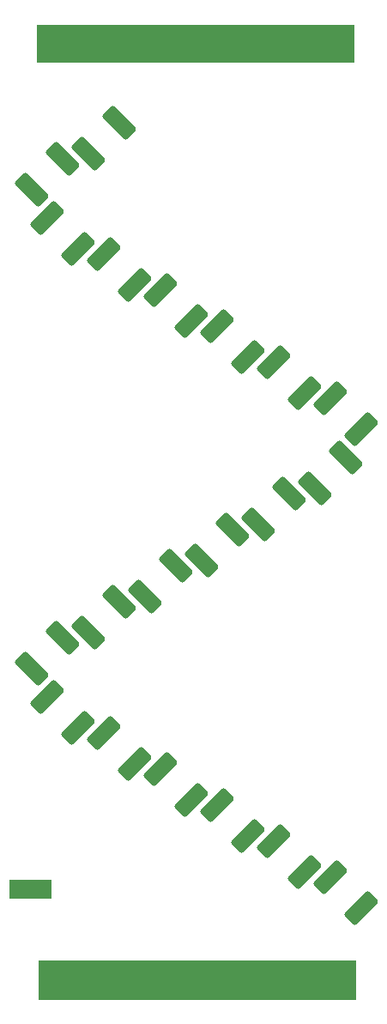
<source format=gbr>
%TF.GenerationSoftware,KiCad,Pcbnew,9.0.6*%
%TF.CreationDate,2025-12-26T03:05:52+01:00*%
%TF.ProjectId,secondary_mmc,7365636f-6e64-4617-9279-5f6d6d632e6b,rev?*%
%TF.SameCoordinates,Original*%
%TF.FileFunction,Soldermask,Top*%
%TF.FilePolarity,Negative*%
%FSLAX46Y46*%
G04 Gerber Fmt 4.6, Leading zero omitted, Abs format (unit mm)*
G04 Created by KiCad (PCBNEW 9.0.6) date 2025-12-26 03:05:52*
%MOMM*%
%LPD*%
G01*
G04 APERTURE LIST*
G04 Aperture macros list*
%AMRoundRect*
0 Rectangle with rounded corners*
0 $1 Rounding radius*
0 $2 $3 $4 $5 $6 $7 $8 $9 X,Y pos of 4 corners*
0 Add a 4 corners polygon primitive as box body*
4,1,4,$2,$3,$4,$5,$6,$7,$8,$9,$2,$3,0*
0 Add four circle primitives for the rounded corners*
1,1,$1+$1,$2,$3*
1,1,$1+$1,$4,$5*
1,1,$1+$1,$6,$7*
1,1,$1+$1,$8,$9*
0 Add four rect primitives between the rounded corners*
20,1,$1+$1,$2,$3,$4,$5,0*
20,1,$1+$1,$4,$5,$6,$7,0*
20,1,$1+$1,$6,$7,$8,$9,0*
20,1,$1+$1,$8,$9,$2,$3,0*%
G04 Aperture macros list end*
%ADD10C,0.100000*%
%ADD11RoundRect,0.250000X-1.405375X-0.645235X-0.645235X-1.405375X1.405375X0.645235X0.645235X1.405375X0*%
%ADD12RoundRect,0.250000X-0.645235X1.405375X-1.405375X0.645235X0.645235X-1.405375X1.405375X-0.645235X0*%
G04 APERTURE END LIST*
D10*
X15249000Y-14010400D02*
X46473000Y-14010400D01*
X46473000Y-17638000D01*
X15249000Y-17638000D01*
X15249000Y-14010400D01*
G36*
X15249000Y-14010400D02*
G01*
X46473000Y-14010400D01*
X46473000Y-17638000D01*
X15249000Y-17638000D01*
X15249000Y-14010400D01*
G37*
X15376000Y-106252800D02*
X46600000Y-106252800D01*
X46600000Y-110083600D01*
X15376000Y-110083600D01*
X15376000Y-106252800D01*
G36*
X15376000Y-106252800D02*
G01*
X46600000Y-106252800D01*
X46600000Y-110083600D01*
X15376000Y-110083600D01*
X15376000Y-106252800D01*
G37*
X12547600Y-98348800D02*
X16560800Y-98348800D01*
X16560800Y-100076000D01*
X12547600Y-100076000D01*
X12547600Y-98348800D01*
G36*
X12547600Y-98348800D02*
G01*
X16560800Y-98348800D01*
X16560800Y-100076000D01*
X12547600Y-100076000D01*
X12547600Y-98348800D01*
G37*
D11*
%TO.C,C18*%
X33032559Y-90944559D03*
X36055441Y-93967441D03*
%TD*%
D12*
%TO.C,C13*%
X23355441Y-70878559D03*
X20332559Y-73901441D03*
%TD*%
%TO.C,C1*%
X23355441Y-23634559D03*
X20332559Y-26657441D03*
%TD*%
D11*
%TO.C,C7*%
X38620559Y-47256559D03*
X41643441Y-50279441D03*
%TD*%
D12*
%TO.C,C9*%
X45707441Y-56654559D03*
X42684559Y-59677441D03*
%TD*%
D11*
%TO.C,C19*%
X38608000Y-94488000D03*
X41630882Y-97510882D03*
%TD*%
%TO.C,C5*%
X27444559Y-40144559D03*
X30467441Y-43167441D03*
%TD*%
%TO.C,C6*%
X33032559Y-43700559D03*
X36055441Y-46723441D03*
%TD*%
%TO.C,C15*%
X16268559Y-80276559D03*
X19291441Y-83299441D03*
%TD*%
D12*
%TO.C,C12*%
X28943441Y-67322559D03*
X25920559Y-70345441D03*
%TD*%
%TO.C,C2*%
X17767441Y-27190559D03*
X14744559Y-30213441D03*
%TD*%
D11*
%TO.C,C8*%
X44208559Y-50812559D03*
X47231441Y-53835441D03*
%TD*%
D12*
%TO.C,C14*%
X17767441Y-74434559D03*
X14744559Y-77457441D03*
%TD*%
D11*
%TO.C,C17*%
X27444559Y-87388559D03*
X30467441Y-90411441D03*
%TD*%
%TO.C,C3*%
X16268559Y-33032559D03*
X19291441Y-36055441D03*
%TD*%
D12*
%TO.C,C11*%
X34531441Y-63766559D03*
X31508559Y-66789441D03*
%TD*%
D11*
%TO.C,C16*%
X21856559Y-83832559D03*
X24879441Y-86855441D03*
%TD*%
D12*
%TO.C,C10*%
X40119441Y-60210559D03*
X37096559Y-63233441D03*
%TD*%
D11*
%TO.C,C20*%
X44208559Y-98056559D03*
X47231441Y-101079441D03*
%TD*%
%TO.C,C4*%
X21856559Y-36588559D03*
X24879441Y-39611441D03*
%TD*%
M02*

</source>
